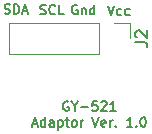
<source format=gto>
G04 #@! TF.GenerationSoftware,KiCad,Pcbnew,5.1.2-f72e74a~84~ubuntu16.04.1*
G04 #@! TF.CreationDate,2019-05-05T13:09:47-04:00*
G04 #@! TF.ProjectId,gy-521_trrs_pcb,67792d35-3231-45f7-9472-72735f706362,1.0*
G04 #@! TF.SameCoordinates,Original*
G04 #@! TF.FileFunction,Legend,Top*
G04 #@! TF.FilePolarity,Positive*
%FSLAX46Y46*%
G04 Gerber Fmt 4.6, Leading zero omitted, Abs format (unit mm)*
G04 Created by KiCad (PCBNEW 5.1.2-f72e74a~84~ubuntu16.04.1) date 2019-05-05 13:09:47*
%MOMM*%
%LPD*%
G04 APERTURE LIST*
%ADD10C,0.150000*%
%ADD11C,0.120000*%
G04 APERTURE END LIST*
D10*
X153422571Y-96969000D02*
X153346380Y-96930904D01*
X153232095Y-96930904D01*
X153117809Y-96969000D01*
X153041619Y-97045190D01*
X153003523Y-97121380D01*
X152965428Y-97273761D01*
X152965428Y-97388047D01*
X153003523Y-97540428D01*
X153041619Y-97616619D01*
X153117809Y-97692809D01*
X153232095Y-97730904D01*
X153308285Y-97730904D01*
X153422571Y-97692809D01*
X153460666Y-97654714D01*
X153460666Y-97388047D01*
X153308285Y-97388047D01*
X153955904Y-97349952D02*
X153955904Y-97730904D01*
X153689238Y-96930904D02*
X153955904Y-97349952D01*
X154222571Y-96930904D01*
X154489238Y-97426142D02*
X155098761Y-97426142D01*
X155860666Y-96930904D02*
X155479714Y-96930904D01*
X155441619Y-97311857D01*
X155479714Y-97273761D01*
X155555904Y-97235666D01*
X155746380Y-97235666D01*
X155822571Y-97273761D01*
X155860666Y-97311857D01*
X155898761Y-97388047D01*
X155898761Y-97578523D01*
X155860666Y-97654714D01*
X155822571Y-97692809D01*
X155746380Y-97730904D01*
X155555904Y-97730904D01*
X155479714Y-97692809D01*
X155441619Y-97654714D01*
X156203523Y-97007095D02*
X156241619Y-96969000D01*
X156317809Y-96930904D01*
X156508285Y-96930904D01*
X156584476Y-96969000D01*
X156622571Y-97007095D01*
X156660666Y-97083285D01*
X156660666Y-97159476D01*
X156622571Y-97273761D01*
X156165428Y-97730904D01*
X156660666Y-97730904D01*
X157422571Y-97730904D02*
X156965428Y-97730904D01*
X157194000Y-97730904D02*
X157194000Y-96930904D01*
X157117809Y-97045190D01*
X157041619Y-97121380D01*
X156965428Y-97159476D01*
X150394000Y-98852333D02*
X150774952Y-98852333D01*
X150317809Y-99080904D02*
X150584476Y-98280904D01*
X150851142Y-99080904D01*
X151460666Y-99080904D02*
X151460666Y-98280904D01*
X151460666Y-99042809D02*
X151384476Y-99080904D01*
X151232095Y-99080904D01*
X151155904Y-99042809D01*
X151117809Y-99004714D01*
X151079714Y-98928523D01*
X151079714Y-98699952D01*
X151117809Y-98623761D01*
X151155904Y-98585666D01*
X151232095Y-98547571D01*
X151384476Y-98547571D01*
X151460666Y-98585666D01*
X152184476Y-99080904D02*
X152184476Y-98661857D01*
X152146380Y-98585666D01*
X152070190Y-98547571D01*
X151917809Y-98547571D01*
X151841619Y-98585666D01*
X152184476Y-99042809D02*
X152108285Y-99080904D01*
X151917809Y-99080904D01*
X151841619Y-99042809D01*
X151803523Y-98966619D01*
X151803523Y-98890428D01*
X151841619Y-98814238D01*
X151917809Y-98776142D01*
X152108285Y-98776142D01*
X152184476Y-98738047D01*
X152565428Y-98547571D02*
X152565428Y-99347571D01*
X152565428Y-98585666D02*
X152641619Y-98547571D01*
X152794000Y-98547571D01*
X152870190Y-98585666D01*
X152908285Y-98623761D01*
X152946380Y-98699952D01*
X152946380Y-98928523D01*
X152908285Y-99004714D01*
X152870190Y-99042809D01*
X152794000Y-99080904D01*
X152641619Y-99080904D01*
X152565428Y-99042809D01*
X153174952Y-98547571D02*
X153479714Y-98547571D01*
X153289238Y-98280904D02*
X153289238Y-98966619D01*
X153327333Y-99042809D01*
X153403523Y-99080904D01*
X153479714Y-99080904D01*
X153860666Y-99080904D02*
X153784476Y-99042809D01*
X153746380Y-99004714D01*
X153708285Y-98928523D01*
X153708285Y-98699952D01*
X153746380Y-98623761D01*
X153784476Y-98585666D01*
X153860666Y-98547571D01*
X153974952Y-98547571D01*
X154051142Y-98585666D01*
X154089238Y-98623761D01*
X154127333Y-98699952D01*
X154127333Y-98928523D01*
X154089238Y-99004714D01*
X154051142Y-99042809D01*
X153974952Y-99080904D01*
X153860666Y-99080904D01*
X154470190Y-99080904D02*
X154470190Y-98547571D01*
X154470190Y-98699952D02*
X154508285Y-98623761D01*
X154546380Y-98585666D01*
X154622571Y-98547571D01*
X154698761Y-98547571D01*
X155460666Y-98280904D02*
X155727333Y-99080904D01*
X155994000Y-98280904D01*
X156565428Y-99042809D02*
X156489238Y-99080904D01*
X156336857Y-99080904D01*
X156260666Y-99042809D01*
X156222571Y-98966619D01*
X156222571Y-98661857D01*
X156260666Y-98585666D01*
X156336857Y-98547571D01*
X156489238Y-98547571D01*
X156565428Y-98585666D01*
X156603523Y-98661857D01*
X156603523Y-98738047D01*
X156222571Y-98814238D01*
X156946380Y-99080904D02*
X156946380Y-98547571D01*
X156946380Y-98699952D02*
X156984476Y-98623761D01*
X157022571Y-98585666D01*
X157098761Y-98547571D01*
X157174952Y-98547571D01*
X157441619Y-99004714D02*
X157479714Y-99042809D01*
X157441619Y-99080904D01*
X157403523Y-99042809D01*
X157441619Y-99004714D01*
X157441619Y-99080904D01*
X158851142Y-99080904D02*
X158394000Y-99080904D01*
X158622571Y-99080904D02*
X158622571Y-98280904D01*
X158546380Y-98395190D01*
X158470190Y-98471380D01*
X158394000Y-98509476D01*
X159194000Y-99004714D02*
X159232095Y-99042809D01*
X159194000Y-99080904D01*
X159155904Y-99042809D01*
X159194000Y-99004714D01*
X159194000Y-99080904D01*
X159727333Y-98280904D02*
X159803523Y-98280904D01*
X159879714Y-98319000D01*
X159917809Y-98357095D01*
X159955904Y-98433285D01*
X159994000Y-98585666D01*
X159994000Y-98776142D01*
X159955904Y-98928523D01*
X159917809Y-99004714D01*
X159879714Y-99042809D01*
X159803523Y-99080904D01*
X159727333Y-99080904D01*
X159651142Y-99042809D01*
X159613047Y-99004714D01*
X159574952Y-98928523D01*
X159536857Y-98776142D01*
X159536857Y-98585666D01*
X159574952Y-98433285D01*
X159613047Y-98357095D01*
X159651142Y-98319000D01*
X159727333Y-98280904D01*
X148024971Y-89477809D02*
X148139257Y-89515904D01*
X148329733Y-89515904D01*
X148405923Y-89477809D01*
X148444019Y-89439714D01*
X148482114Y-89363523D01*
X148482114Y-89287333D01*
X148444019Y-89211142D01*
X148405923Y-89173047D01*
X148329733Y-89134952D01*
X148177352Y-89096857D01*
X148101161Y-89058761D01*
X148063066Y-89020666D01*
X148024971Y-88944476D01*
X148024971Y-88868285D01*
X148063066Y-88792095D01*
X148101161Y-88754000D01*
X148177352Y-88715904D01*
X148367828Y-88715904D01*
X148482114Y-88754000D01*
X148824971Y-89515904D02*
X148824971Y-88715904D01*
X149015447Y-88715904D01*
X149129733Y-88754000D01*
X149205923Y-88830190D01*
X149244019Y-88906380D01*
X149282114Y-89058761D01*
X149282114Y-89173047D01*
X149244019Y-89325428D01*
X149205923Y-89401619D01*
X149129733Y-89477809D01*
X149015447Y-89515904D01*
X148824971Y-89515904D01*
X149586876Y-89287333D02*
X149967828Y-89287333D01*
X149510685Y-89515904D02*
X149777352Y-88715904D01*
X150044019Y-89515904D01*
X151041219Y-89528609D02*
X151155504Y-89566704D01*
X151345980Y-89566704D01*
X151422171Y-89528609D01*
X151460266Y-89490514D01*
X151498361Y-89414323D01*
X151498361Y-89338133D01*
X151460266Y-89261942D01*
X151422171Y-89223847D01*
X151345980Y-89185752D01*
X151193600Y-89147657D01*
X151117409Y-89109561D01*
X151079314Y-89071466D01*
X151041219Y-88995276D01*
X151041219Y-88919085D01*
X151079314Y-88842895D01*
X151117409Y-88804800D01*
X151193600Y-88766704D01*
X151384076Y-88766704D01*
X151498361Y-88804800D01*
X152298361Y-89490514D02*
X152260266Y-89528609D01*
X152145980Y-89566704D01*
X152069790Y-89566704D01*
X151955504Y-89528609D01*
X151879314Y-89452419D01*
X151841219Y-89376228D01*
X151803123Y-89223847D01*
X151803123Y-89109561D01*
X151841219Y-88957180D01*
X151879314Y-88880990D01*
X151955504Y-88804800D01*
X152069790Y-88766704D01*
X152145980Y-88766704D01*
X152260266Y-88804800D01*
X152298361Y-88842895D01*
X153022171Y-89566704D02*
X152641219Y-89566704D01*
X152641219Y-88766704D01*
X154171714Y-88804800D02*
X154095523Y-88766704D01*
X153981238Y-88766704D01*
X153866952Y-88804800D01*
X153790761Y-88880990D01*
X153752666Y-88957180D01*
X153714571Y-89109561D01*
X153714571Y-89223847D01*
X153752666Y-89376228D01*
X153790761Y-89452419D01*
X153866952Y-89528609D01*
X153981238Y-89566704D01*
X154057428Y-89566704D01*
X154171714Y-89528609D01*
X154209809Y-89490514D01*
X154209809Y-89223847D01*
X154057428Y-89223847D01*
X154552666Y-89033371D02*
X154552666Y-89566704D01*
X154552666Y-89109561D02*
X154590761Y-89071466D01*
X154666952Y-89033371D01*
X154781238Y-89033371D01*
X154857428Y-89071466D01*
X154895523Y-89147657D01*
X154895523Y-89566704D01*
X155619333Y-89566704D02*
X155619333Y-88766704D01*
X155619333Y-89528609D02*
X155543142Y-89566704D01*
X155390761Y-89566704D01*
X155314571Y-89528609D01*
X155276476Y-89490514D01*
X155238380Y-89414323D01*
X155238380Y-89185752D01*
X155276476Y-89109561D01*
X155314571Y-89071466D01*
X155390761Y-89033371D01*
X155543142Y-89033371D01*
X155619333Y-89071466D01*
X156781619Y-88817504D02*
X157048285Y-89617504D01*
X157314952Y-88817504D01*
X157924476Y-89579409D02*
X157848285Y-89617504D01*
X157695904Y-89617504D01*
X157619714Y-89579409D01*
X157581619Y-89541314D01*
X157543523Y-89465123D01*
X157543523Y-89236552D01*
X157581619Y-89160361D01*
X157619714Y-89122266D01*
X157695904Y-89084171D01*
X157848285Y-89084171D01*
X157924476Y-89122266D01*
X158610190Y-89579409D02*
X158534000Y-89617504D01*
X158381619Y-89617504D01*
X158305428Y-89579409D01*
X158267333Y-89541314D01*
X158229238Y-89465123D01*
X158229238Y-89236552D01*
X158267333Y-89160361D01*
X158305428Y-89122266D01*
X158381619Y-89084171D01*
X158534000Y-89084171D01*
X158610190Y-89122266D01*
D11*
X158657600Y-90262400D02*
X158657600Y-91592400D01*
X157327600Y-90262400D02*
X158657600Y-90262400D01*
X156057600Y-90262400D02*
X156057600Y-92922400D01*
X156057600Y-92922400D02*
X148377600Y-92922400D01*
X156057600Y-90262400D02*
X148377600Y-90262400D01*
X148377600Y-90262400D02*
X148377600Y-92922400D01*
D10*
X159109980Y-91925733D02*
X159824266Y-91925733D01*
X159967123Y-91973352D01*
X160062361Y-92068590D01*
X160109980Y-92211447D01*
X160109980Y-92306685D01*
X159205219Y-91497161D02*
X159157600Y-91449542D01*
X159109980Y-91354304D01*
X159109980Y-91116209D01*
X159157600Y-91020971D01*
X159205219Y-90973352D01*
X159300457Y-90925733D01*
X159395695Y-90925733D01*
X159538552Y-90973352D01*
X160109980Y-91544780D01*
X160109980Y-90925733D01*
M02*

</source>
